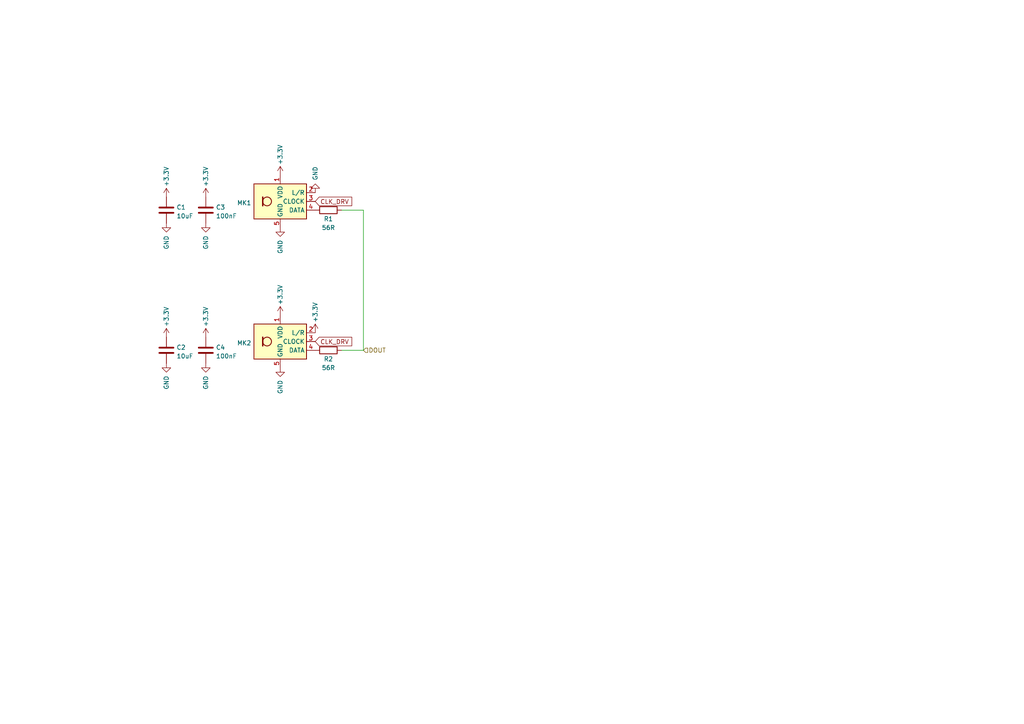
<source format=kicad_sch>
(kicad_sch (version 20211123) (generator eeschema)
  (paper "A4")
  (lib_symbols
    (symbol "Device:C" (pin_numbers hide) (pin_names (offset 0.254))
      (property "Reference" "C" (at 0.635 2.54 0))
      (property "Value" "C" (at 0.635 -2.54 0))
      (symbol "C_0_1"
        (polyline (pts (xy -2.032 -0.762) (xy 2.032 -0.762)) (stroke (width 0.508)))
        (polyline (pts (xy -2.032 0.762) (xy 2.032 0.762)) (stroke (width 0.508)))
      )
      (symbol "C_1_1"
        (pin passive line (at 0 3.81 270) (length 2.794) (name "~") (number "1"))
        (pin passive line (at 0 -3.81 90) (length 2.794) (name "~") (number "2"))
      )
    )
    (symbol "Device:R" (pin_numbers hide) (pin_names (offset 0))
      (property "Reference" "R" (at 2.032 0 90))
      (property "Value" "R" (at 0 0 90))
      (symbol "R_0_1"
        (rectangle (start -1.016 -2.54) (end 1.016 2.54) (stroke (width 0.254)))
      )
      (symbol "R_1_1"
        (pin passive line (at 0 3.81 270) (length 1.27) (name "~") (number "1"))
        (pin passive line (at 0 -3.81 90) (length 1.27) (name "~") (number "2"))
      )
    )
    (symbol "MSM261D4030H1CPM:MSM261D4030H1CPM"
      (property "Reference" "MK" (at -7.62 6.35 0))
      (symbol "MSM261D4030H1CPM_0_1"
        (rectangle (start -8.89 5.08) (end 6.35 -5.08) (stroke (width 0.254)) (fill (type background)))
        (circle (center -5.08 0) (radius 1.27) (stroke (width 0.254)))
        (polyline (pts (xy -6.35 1.27) (xy -6.35 -1.27)) (stroke (width 0.381)))
      )
      (symbol "MSM261D4030H1CPM_1_1"
        (pin power_in line (at -1.27 7.62 270) (length 2.54) (name "VDD") (number "1"))
        (pin input line (at 8.89 2.54 180) (length 2.54) (name "L/R") (number "2"))
        (pin input line (at 8.89 0 180) (length 2.54) (name "CLOCK") (number "3"))
        (pin output line (at 8.89 -2.54 180) (length 2.54) (name "DATA") (number "4"))
        (pin power_in line (at -1.27 -7.62 90) (length 2.54) (name "GND") (number "5"))
      )
    )
    (symbol "power:+3.3V" (power) (pin_names (offset 0))
      (property "Value" "+3.3V" (at 0 3.556 0))
      (symbol "+3.3V_0_1"
        (polyline (pts (xy -0.762 1.27) (xy 0 2.54)))
        (polyline (pts (xy 0 0) (xy 0 2.54)))
        (polyline (pts (xy 0 2.54) (xy 0.762 1.27)))
      )
      (symbol "+3.3V_1_1"
        (pin power_in line (at 0 0 90) (length 0) hide (name "+3.3V") (number "1"))
      )
    )
    (symbol "power:GND" (power) (pin_names (offset 0))
      (property "Value" "GND" (at 0 -3.81 0))
      (symbol "GND_0_1"
        (polyline (pts (xy 0 0) (xy 0 -1.27) (xy 1.27 -1.27) (xy 0 -2.54) (xy -1.27 -1.27) (xy 0 -1.27)))
      )
      (symbol "GND_1_1"
        (pin power_in line (at 0 0 270) (length 0) hide (name "GND") (number "1"))
      )
    )
  )
  (wire (pts (xy 99.06 60.96) (xy 105.41 60.96)))
  (wire (pts (xy 105.41 101.6) (xy 99.06 101.6)))
  (wire (pts (xy 105.41 60.96) (xy 105.41 101.6)))
  (global_label "CLK_DRV" (shape input) (at 91.44 99.06 0) (property "Intersheet References" "${INTERSHEET_REFS}" (effects hide)))
  (global_label "CLK_DRV" (shape input) (at 91.44 58.42 0) (property "Intersheet References" "${INTERSHEET_REFS}" (effects hide)))
  (hierarchical_label "DOUT" (shape input) (at 105.41 101.6 0))
  (symbol (lib_id "power:GND") (at 59.69 105.41 0) (mirror y) (unit 1)
    (property "Reference" "#PWR0108" (effects hide))
    (property "Value" "GND" (at 59.69 113.03 90) (effects (justify left)))
  )
  (symbol (lib_id "power:GND") (at 91.44 55.88 0) (mirror x) (unit 1)
    (property "Reference" "#PWR0113" (effects hide))
    (property "Value" "GND" (at 91.44 48.26 90) (effects (justify left)))
  )
  (symbol (lib_id "Device:C") (at 59.69 60.96 0) (unit 1)
    (property "Reference" "C3" (at 62.611 60.1253 0) (effects (justify left)))
    (property "Value" "100nF" (at 62.611 62.6622 0) (effects (justify left)))
    (property "Footprint" "Capacitor_SMD:C_0402_1005Metric" (effects hide))
  )
  (symbol (lib_id "power:GND") (at 81.28 66.04 0) (mirror y) (unit 1)
    (property "Reference" "#PWR0106" (effects hide))
    (property "Value" "GND" (at 81.28 73.66 90) (effects (justify left)))
  )
  (symbol (lib_id "power:GND") (at 59.69 64.77 0) (mirror y) (unit 1)
    (property "Reference" "#PWR0116" (effects hide))
    (property "Value" "GND" (at 59.69 72.39 90) (effects (justify left)))
  )
  (symbol (lib_id "power:+3.3V") (at 81.28 91.44 0) (unit 1)
    (property "Reference" "#PWR0104" (effects hide))
    (property "Value" "+3.3V" (at 81.28 82.55 90) (effects (justify right)))
  )
  (symbol (lib_id "power:+3.3V") (at 91.44 96.52 0) (unit 1)
    (property "Reference" "#PWR0105" (effects hide))
    (property "Value" "+3.3V" (at 91.44 87.63 90) (effects (justify right)))
  )
  (symbol (lib_id "power:+3.3V") (at 59.69 57.15 0) (unit 1)
    (property "Reference" "#PWR0115" (effects hide))
    (property "Value" "+3.3V" (at 59.69 48.26 90) (effects (justify right)))
  )
  (symbol (lib_id "power:+3.3V") (at 48.26 57.15 0) (unit 1)
    (property "Reference" "#PWR0114" (effects hide))
    (property "Value" "+3.3V" (at 48.26 48.26 90) (effects (justify right)))
  )
  (symbol (lib_id "power:+3.3V") (at 81.28 50.8 0) (unit 1)
    (property "Reference" "#PWR0112" (effects hide))
    (property "Value" "+3.3V" (at 81.28 41.91 90) (effects (justify right)))
  )
  (symbol (lib_id "power:GND") (at 48.26 64.77 0) (mirror y) (unit 1)
    (property "Reference" "#PWR0117" (effects hide))
    (property "Value" "GND" (at 48.26 72.39 90) (effects (justify left)))
  )
  (symbol (lib_id "Device:R") (at 95.25 101.6 90) (unit 1)
    (property "Reference" "R2" (at 95.25 104.14 90))
    (property "Value" "56R" (at 95.25 106.68 90))
    (property "Footprint" "Resistor_SMD:R_0402_1005Metric" (effects hide))
  )
  (symbol (lib_id "power:GND") (at 48.26 105.41 0) (mirror y) (unit 1)
    (property "Reference" "#PWR0109" (effects hide))
    (property "Value" "GND" (at 48.26 113.03 90) (effects (justify left)))
  )
  (symbol (lib_id "MSM261D4030H1CPM:MSM261D4030H1CPM") (at 82.55 58.42 0) (unit 1)
    (property "Reference" "MK1" (at 72.898 58.8538 0) (effects (justify right)))
    (property "Value" "MSM261D4030H1CPM" (effects hide))
    (property "Footprint" "MSM261D4030H1CPM:MSM261D4030H1CPM" (effects hide))
  )
  (symbol (lib_id "Device:C") (at 59.69 101.6 0) (unit 1)
    (property "Reference" "C4" (at 62.611 100.7653 0) (effects (justify left)))
    (property "Value" "100nF" (at 62.611 103.3022 0) (effects (justify left)))
    (property "Footprint" "Capacitor_SMD:C_0402_1005Metric" (effects hide))
  )
  (symbol (lib_id "power:+3.3V") (at 59.69 97.79 0) (unit 1)
    (property "Reference" "#PWR0110" (effects hide))
    (property "Value" "+3.3V" (at 59.69 88.9 90) (effects (justify right)))
  )
  (symbol (lib_id "Device:R") (at 95.25 60.96 90) (unit 1)
    (property "Reference" "R1" (at 95.25 63.5 90))
    (property "Value" "56R" (at 95.25 66.04 90))
    (property "Footprint" "Resistor_SMD:R_0402_1005Metric" (effects hide))
  )
  (symbol (lib_id "power:GND") (at 81.28 106.68 0) (mirror y) (unit 1)
    (property "Reference" "#PWR0111" (effects hide))
    (property "Value" "GND" (at 81.28 114.3 90) (effects (justify left)))
  )
  (symbol (lib_id "power:+3.3V") (at 48.26 97.79 0) (unit 1)
    (property "Reference" "#PWR0107" (effects hide))
    (property "Value" "+3.3V" (at 48.26 88.9 90) (effects (justify right)))
  )
  (symbol (lib_id "MSM261D4030H1CPM:MSM261D4030H1CPM") (at 82.55 99.06 0) (unit 1)
    (property "Reference" "MK2" (at 72.898 99.4938 0) (effects (justify right)))
    (property "Value" "MSM261D4030H1CPM" (effects hide))
    (property "Footprint" "MSM261D4030H1CPM:MSM261D4030H1CPM" (effects hide))
  )
  (symbol (lib_id "Device:C") (at 48.26 60.96 0) (unit 1)
    (property "Reference" "C1" (at 51.181 60.1253 0) (effects (justify left)))
    (property "Value" "10uF" (at 51.181 62.6622 0) (effects (justify left)))
    (property "Footprint" "Capacitor_SMD:C_0402_1005Metric" (effects hide))
  )
  (symbol (lib_id "Device:C") (at 48.26 101.6 0) (unit 1)
    (property "Reference" "C2" (at 51.181 100.7653 0) (effects (justify left)))
    (property "Value" "10uF" (at 51.181 103.3022 0) (effects (justify left)))
    (property "Footprint" "Capacitor_SMD:C_0402_1005Metric" (effects hide))
  )
)
</source>
